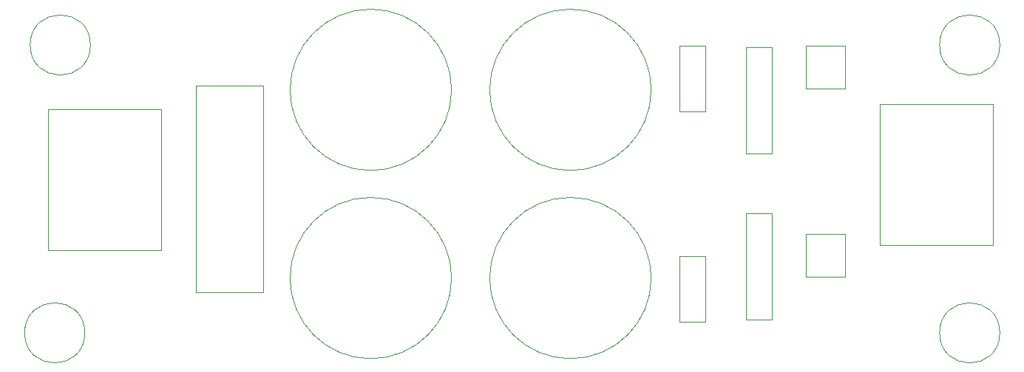
<source format=gbr>
G04 #@! TF.GenerationSoftware,KiCad,Pcbnew,5.1.4-3.fc30*
G04 #@! TF.CreationDate,2019-10-06T03:47:38+02:00*
G04 #@! TF.ProjectId,high_power_sym_supply,68696768-5f70-46f7-9765-725f73796d5f,1.0*
G04 #@! TF.SameCoordinates,Original*
G04 #@! TF.FileFunction,Other,User*
%FSLAX46Y46*%
G04 Gerber Fmt 4.6, Leading zero omitted, Abs format (unit mm)*
G04 Created by KiCad (PCBNEW 5.1.4-3.fc30) date 2019-10-06 03:47:38*
%MOMM*%
%LPD*%
G04 APERTURE LIST*
%ADD10C,0.050000*%
G04 APERTURE END LIST*
D10*
X82190000Y-73660000D02*
G75*
G03X82190000Y-73660000I-3450000J0D01*
G01*
X186330000Y-106680000D02*
G75*
G03X186330000Y-106680000I-3450000J0D01*
G01*
X186330000Y-73660000D02*
G75*
G03X186330000Y-73660000I-3450000J0D01*
G01*
X81555000Y-106680000D02*
G75*
G03X81555000Y-106680000I-3450000J0D01*
G01*
X123550000Y-100390000D02*
G75*
G03X123550000Y-100390000I-9250000J0D01*
G01*
X123550000Y-78800000D02*
G75*
G03X123550000Y-78800000I-9250000J0D01*
G01*
X146410000Y-100390000D02*
G75*
G03X146410000Y-100390000I-9250000J0D01*
G01*
X146410000Y-78800000D02*
G75*
G03X146410000Y-78800000I-9250000J0D01*
G01*
X149630000Y-97890000D02*
X149630000Y-105390000D01*
X152630000Y-97890000D02*
X149630000Y-97890000D01*
X152630000Y-105390000D02*
X152630000Y-97890000D01*
X149630000Y-105390000D02*
X152630000Y-105390000D01*
X149630000Y-81260000D02*
X152630000Y-81260000D01*
X152630000Y-81260000D02*
X152630000Y-73760000D01*
X152630000Y-73760000D02*
X149630000Y-73760000D01*
X149630000Y-73760000D02*
X149630000Y-81260000D01*
X94270000Y-102040000D02*
X94270000Y-78340000D01*
X94270000Y-102040000D02*
X101970000Y-102040000D01*
X101970000Y-78340000D02*
X94270000Y-78340000D01*
X101970000Y-78340000D02*
X101970000Y-102040000D01*
X168620000Y-100220000D02*
X168620000Y-95370000D01*
X164120000Y-100220000D02*
X168620000Y-100220000D01*
X164120000Y-95370000D02*
X164120000Y-100220000D01*
X168620000Y-95370000D02*
X164120000Y-95370000D01*
X164120000Y-78620000D02*
X168620000Y-78620000D01*
X168620000Y-78620000D02*
X168620000Y-73770000D01*
X168620000Y-73770000D02*
X164120000Y-73770000D01*
X164120000Y-73770000D02*
X164120000Y-78620000D01*
X90300000Y-80990000D02*
X90300000Y-97240000D01*
X90300000Y-80990000D02*
X77360000Y-80990000D01*
X77360000Y-97240000D02*
X90300000Y-97240000D01*
X77360000Y-97240000D02*
X77360000Y-80990000D01*
X185530000Y-80400000D02*
X185530000Y-96650000D01*
X185530000Y-80400000D02*
X172590000Y-80400000D01*
X172590000Y-96650000D02*
X185530000Y-96650000D01*
X172590000Y-96650000D02*
X172590000Y-80400000D01*
X157250000Y-92930000D02*
X157250000Y-105190000D01*
X160250000Y-92930000D02*
X157250000Y-92930000D01*
X160250000Y-105190000D02*
X160250000Y-92930000D01*
X157250000Y-105190000D02*
X160250000Y-105190000D01*
X157250000Y-86140000D02*
X160250000Y-86140000D01*
X160250000Y-86140000D02*
X160250000Y-73880000D01*
X160250000Y-73880000D02*
X157250000Y-73880000D01*
X157250000Y-73880000D02*
X157250000Y-86140000D01*
M02*

</source>
